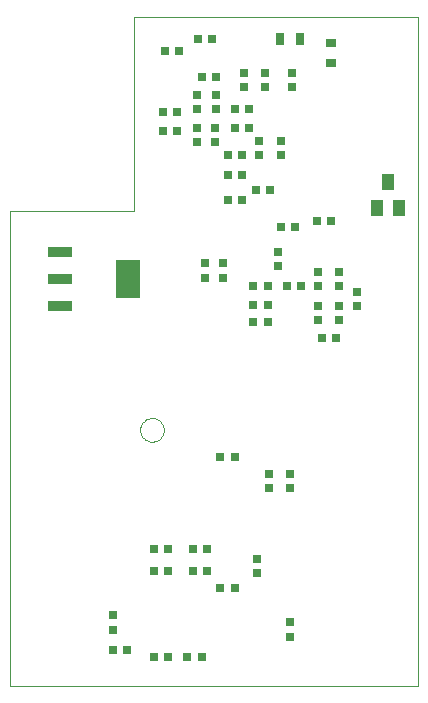
<source format=gbp>
G75*
G70*
%OFA0B0*%
%FSLAX24Y24*%
%IPPOS*%
%LPD*%
%AMOC8*
5,1,8,0,0,1.08239X$1,22.5*
%
%ADD10C,0.0000*%
%ADD11R,0.0394X0.0551*%
%ADD12R,0.0354X0.0315*%
%ADD13R,0.0315X0.0394*%
%ADD14R,0.0276X0.0276*%
%ADD15R,0.0846X0.1280*%
%ADD16R,0.0846X0.0374*%
D10*
X000260Y003292D02*
X000260Y019119D01*
X004394Y019119D01*
X004394Y025615D01*
X013842Y025615D01*
X013842Y003292D01*
X000260Y003292D01*
X004590Y011835D02*
X004592Y011874D01*
X004598Y011913D01*
X004608Y011951D01*
X004621Y011988D01*
X004638Y012023D01*
X004658Y012057D01*
X004682Y012088D01*
X004709Y012117D01*
X004738Y012143D01*
X004770Y012166D01*
X004804Y012186D01*
X004840Y012202D01*
X004877Y012214D01*
X004916Y012223D01*
X004955Y012228D01*
X004994Y012229D01*
X005033Y012226D01*
X005072Y012219D01*
X005109Y012208D01*
X005146Y012194D01*
X005181Y012176D01*
X005214Y012155D01*
X005245Y012130D01*
X005273Y012103D01*
X005298Y012073D01*
X005320Y012040D01*
X005339Y012006D01*
X005354Y011970D01*
X005366Y011932D01*
X005374Y011894D01*
X005378Y011855D01*
X005378Y011815D01*
X005374Y011776D01*
X005366Y011738D01*
X005354Y011700D01*
X005339Y011664D01*
X005320Y011630D01*
X005298Y011597D01*
X005273Y011567D01*
X005245Y011540D01*
X005214Y011515D01*
X005181Y011494D01*
X005146Y011476D01*
X005109Y011462D01*
X005072Y011451D01*
X005033Y011444D01*
X004994Y011441D01*
X004955Y011442D01*
X004916Y011447D01*
X004877Y011456D01*
X004840Y011468D01*
X004804Y011484D01*
X004770Y011504D01*
X004738Y011527D01*
X004709Y011553D01*
X004682Y011582D01*
X004658Y011613D01*
X004638Y011647D01*
X004621Y011682D01*
X004608Y011719D01*
X004598Y011757D01*
X004592Y011796D01*
X004590Y011835D01*
D11*
X012484Y019237D03*
X012858Y020103D03*
X013232Y019237D03*
D12*
X010968Y024060D03*
X010968Y024729D03*
D13*
X009925Y024867D03*
X009256Y024867D03*
D14*
X009669Y023725D03*
X009669Y023253D03*
X008764Y023253D03*
X008764Y023725D03*
X008055Y023725D03*
X008055Y023253D03*
X008212Y022544D03*
X008212Y021914D03*
X008567Y021481D03*
X008567Y021009D03*
X007976Y021009D03*
X007504Y021009D03*
X007504Y020339D03*
X007976Y020339D03*
X008449Y019828D03*
X008921Y019828D03*
X009275Y021009D03*
X009275Y021481D03*
X007976Y019513D03*
X007504Y019513D03*
X007071Y021442D03*
X007071Y021914D03*
X007110Y022544D03*
X007110Y023017D03*
X007110Y023607D03*
X006638Y023607D03*
X006480Y023017D03*
X006480Y022544D03*
X006480Y021914D03*
X006480Y021442D03*
X005811Y021796D03*
X005338Y021796D03*
X005338Y022426D03*
X005811Y022426D03*
X005890Y024473D03*
X005417Y024473D03*
X006520Y024867D03*
X006992Y024867D03*
X007740Y022544D03*
X007740Y021914D03*
X009275Y018607D03*
X009748Y018607D03*
X009197Y017780D03*
X009197Y017308D03*
X009472Y016639D03*
X009945Y016639D03*
X010535Y016639D03*
X010535Y017111D03*
X011205Y017111D03*
X011205Y016639D03*
X011205Y015969D03*
X011205Y015497D03*
X011126Y014906D03*
X010653Y014906D03*
X010535Y015497D03*
X010535Y015969D03*
X011835Y015969D03*
X011835Y016442D03*
X010968Y018804D03*
X010496Y018804D03*
X008842Y016639D03*
X008370Y016639D03*
X008370Y016009D03*
X008370Y015418D03*
X008842Y015418D03*
X008842Y016009D03*
X007346Y016914D03*
X007346Y017387D03*
X006756Y017387D03*
X006756Y016914D03*
X007268Y010930D03*
X007740Y010930D03*
X008882Y010379D03*
X008882Y009906D03*
X009590Y009906D03*
X009590Y010379D03*
X008488Y007544D03*
X008488Y007072D03*
X007740Y006560D03*
X007268Y006560D03*
X006835Y007150D03*
X006362Y007150D03*
X006362Y007859D03*
X006835Y007859D03*
X005535Y007859D03*
X005063Y007859D03*
X005063Y007150D03*
X005535Y007150D03*
X004157Y004513D03*
X003685Y004513D03*
X003685Y005182D03*
X003685Y005654D03*
X005063Y004276D03*
X005535Y004276D03*
X006165Y004276D03*
X006638Y004276D03*
X009590Y004946D03*
X009590Y005418D03*
D15*
X004197Y016875D03*
D16*
X001913Y016875D03*
X001913Y017780D03*
X001913Y015969D03*
M02*

</source>
